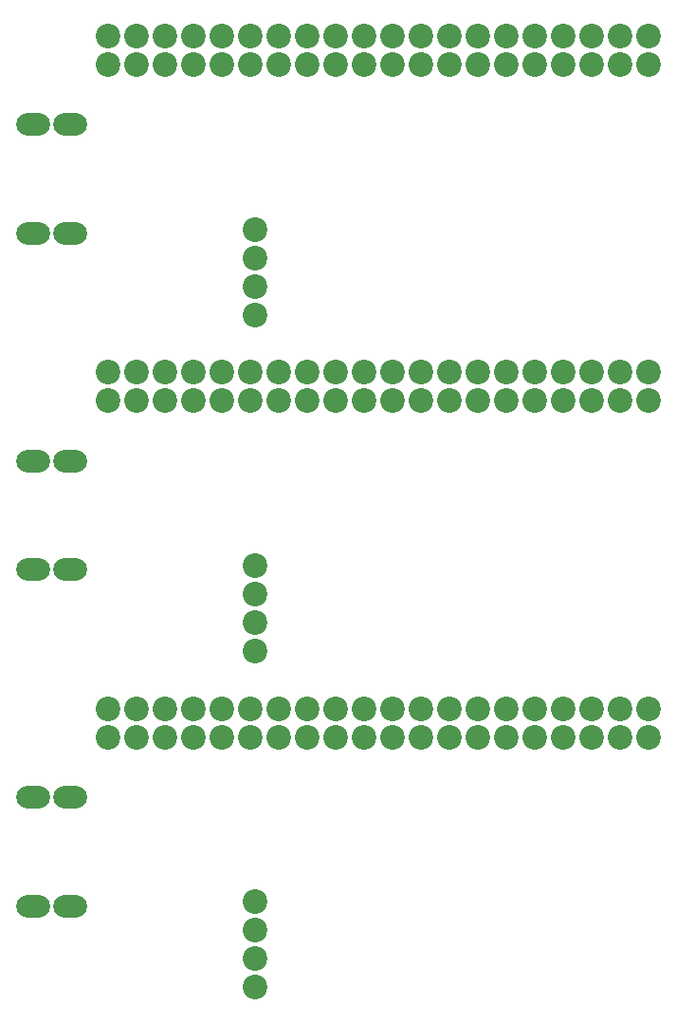
<source format=gbr>
%FSLAX34Y34*%
%MOMM*%
%LNSOLDERMASK_BOTTOM*%
G71*
G01*
%ADD10C, 2.20*%
%ADD11C, 2.00*%
%LPD*%
X582612Y954484D02*
G54D10*
D03*
X582611Y929081D02*
G54D10*
D03*
X557212Y954484D02*
G54D10*
D03*
X557212Y929084D02*
G54D10*
D03*
X531812Y954484D02*
G54D10*
D03*
X531812Y929084D02*
G54D10*
D03*
X506411Y954481D02*
G54D10*
D03*
X506412Y929084D02*
G54D10*
D03*
X481012Y954484D02*
G54D10*
D03*
X481012Y929084D02*
G54D10*
D03*
X455611Y954481D02*
G54D10*
D03*
X455612Y929084D02*
G54D10*
D03*
X430212Y954484D02*
G54D10*
D03*
X430212Y929084D02*
G54D10*
D03*
X404812Y954484D02*
G54D10*
D03*
X404811Y929081D02*
G54D10*
D03*
X379412Y954484D02*
G54D10*
D03*
X379412Y929084D02*
G54D10*
D03*
X354012Y954484D02*
G54D10*
D03*
X354012Y929084D02*
G54D10*
D03*
X328611Y954481D02*
G54D10*
D03*
X328612Y929084D02*
G54D10*
D03*
X303212Y954484D02*
G54D10*
D03*
X303212Y929084D02*
G54D10*
D03*
X277812Y954484D02*
G54D10*
D03*
X277812Y929084D02*
G54D10*
D03*
X252411Y954481D02*
G54D10*
D03*
X252412Y929084D02*
G54D10*
D03*
X227012Y954484D02*
G54D10*
D03*
X227012Y929084D02*
G54D10*
D03*
X201612Y954484D02*
G54D10*
D03*
X201611Y929081D02*
G54D10*
D03*
X176212Y954484D02*
G54D10*
D03*
X176212Y929084D02*
G54D10*
D03*
X150811Y954481D02*
G54D10*
D03*
X125412Y954484D02*
G54D10*
D03*
X100012Y954484D02*
G54D10*
D03*
X150812Y929084D02*
G54D10*
D03*
X125412Y929084D02*
G54D10*
D03*
X100012Y929084D02*
G54D10*
D03*
X38307Y875462D02*
G54D11*
D03*
X37910Y875462D02*
G54D11*
D03*
X37513Y875462D02*
G54D11*
D03*
X37116Y875462D02*
G54D11*
D03*
X36719Y875462D02*
G54D11*
D03*
X36322Y875462D02*
G54D11*
D03*
X35926Y875462D02*
G54D11*
D03*
X35529Y875462D02*
G54D11*
D03*
X35132Y875462D02*
G54D11*
D03*
X34735Y875462D02*
G54D11*
D03*
X34338Y875462D02*
G54D11*
D03*
X33941Y875462D02*
G54D11*
D03*
X33544Y875462D02*
G54D11*
D03*
X33147Y875462D02*
G54D11*
D03*
X32750Y875462D02*
G54D11*
D03*
X32354Y875462D02*
G54D11*
D03*
X32354Y875462D02*
G54D11*
D03*
X31957Y875462D02*
G54D11*
D03*
X31560Y875462D02*
G54D11*
D03*
X31163Y875462D02*
G54D11*
D03*
X30766Y875462D02*
G54D11*
D03*
X30369Y875462D02*
G54D11*
D03*
X29972Y875462D02*
G54D11*
D03*
X29576Y875462D02*
G54D11*
D03*
X29179Y875462D02*
G54D11*
D03*
X28782Y875462D02*
G54D11*
D03*
X28385Y875462D02*
G54D11*
D03*
X27988Y875462D02*
G54D11*
D03*
X27591Y875462D02*
G54D11*
D03*
X71247Y778625D02*
G54D11*
D03*
X70850Y778625D02*
G54D11*
D03*
X70454Y778625D02*
G54D11*
D03*
X70057Y778625D02*
G54D11*
D03*
X69660Y778625D02*
G54D11*
D03*
X69263Y778625D02*
G54D11*
D03*
X68866Y778625D02*
G54D11*
D03*
X68469Y778625D02*
G54D11*
D03*
X68072Y778625D02*
G54D11*
D03*
X67676Y778625D02*
G54D11*
D03*
X67279Y778625D02*
G54D11*
D03*
X66882Y778625D02*
G54D11*
D03*
X66485Y778625D02*
G54D11*
D03*
X66088Y778625D02*
G54D11*
D03*
X65691Y778625D02*
G54D11*
D03*
X65294Y778625D02*
G54D11*
D03*
X65294Y778625D02*
G54D11*
D03*
X64897Y778625D02*
G54D11*
D03*
X64500Y778625D02*
G54D11*
D03*
X64104Y778625D02*
G54D11*
D03*
X63707Y778625D02*
G54D11*
D03*
X63310Y778625D02*
G54D11*
D03*
X62913Y778625D02*
G54D11*
D03*
X62516Y778625D02*
G54D11*
D03*
X62119Y778625D02*
G54D11*
D03*
X61722Y778625D02*
G54D11*
D03*
X61326Y778625D02*
G54D11*
D03*
X60929Y778625D02*
G54D11*
D03*
X60532Y778625D02*
G54D11*
D03*
X71247Y875462D02*
G54D11*
D03*
X70850Y875462D02*
G54D11*
D03*
X70454Y875462D02*
G54D11*
D03*
X70057Y875462D02*
G54D11*
D03*
X69660Y875462D02*
G54D11*
D03*
X69263Y875462D02*
G54D11*
D03*
X68866Y875462D02*
G54D11*
D03*
X68469Y875462D02*
G54D11*
D03*
X68072Y875462D02*
G54D11*
D03*
X67676Y875462D02*
G54D11*
D03*
X67279Y875462D02*
G54D11*
D03*
X66882Y875462D02*
G54D11*
D03*
X66485Y875462D02*
G54D11*
D03*
X66088Y875462D02*
G54D11*
D03*
X65691Y875462D02*
G54D11*
D03*
X65294Y875462D02*
G54D11*
D03*
X65294Y875462D02*
G54D11*
D03*
X64897Y875462D02*
G54D11*
D03*
X64500Y875462D02*
G54D11*
D03*
X64104Y875462D02*
G54D11*
D03*
X63707Y875462D02*
G54D11*
D03*
X63310Y875462D02*
G54D11*
D03*
X62913Y875462D02*
G54D11*
D03*
X62516Y875462D02*
G54D11*
D03*
X62119Y875462D02*
G54D11*
D03*
X61722Y875462D02*
G54D11*
D03*
X61326Y875462D02*
G54D11*
D03*
X60929Y875462D02*
G54D11*
D03*
X60532Y875462D02*
G54D11*
D03*
X38307Y778625D02*
G54D11*
D03*
X37910Y778625D02*
G54D11*
D03*
X37513Y778625D02*
G54D11*
D03*
X37116Y778625D02*
G54D11*
D03*
X36719Y778625D02*
G54D11*
D03*
X36322Y778625D02*
G54D11*
D03*
X35926Y778625D02*
G54D11*
D03*
X35529Y778625D02*
G54D11*
D03*
X35132Y778625D02*
G54D11*
D03*
X34735Y778625D02*
G54D11*
D03*
X34338Y778625D02*
G54D11*
D03*
X33941Y778625D02*
G54D11*
D03*
X33544Y778625D02*
G54D11*
D03*
X33147Y778625D02*
G54D11*
D03*
X32750Y778625D02*
G54D11*
D03*
X32354Y778625D02*
G54D11*
D03*
X32354Y778625D02*
G54D11*
D03*
X31957Y778625D02*
G54D11*
D03*
X31560Y778625D02*
G54D11*
D03*
X31163Y778625D02*
G54D11*
D03*
X30766Y778625D02*
G54D11*
D03*
X30369Y778625D02*
G54D11*
D03*
X29972Y778625D02*
G54D11*
D03*
X29576Y778625D02*
G54D11*
D03*
X29179Y778625D02*
G54D11*
D03*
X28782Y778625D02*
G54D11*
D03*
X28385Y778625D02*
G54D11*
D03*
X27988Y778625D02*
G54D11*
D03*
X27591Y778625D02*
G54D11*
D03*
X230981Y782241D02*
G54D10*
D03*
X230981Y756841D02*
G54D10*
D03*
X230981Y731441D02*
G54D10*
D03*
X230981Y706041D02*
G54D10*
D03*
X582612Y654447D02*
G54D10*
D03*
X582611Y629043D02*
G54D10*
D03*
X557212Y654447D02*
G54D10*
D03*
X557212Y629047D02*
G54D10*
D03*
X531812Y654447D02*
G54D10*
D03*
X531812Y629047D02*
G54D10*
D03*
X506411Y654443D02*
G54D10*
D03*
X506412Y629047D02*
G54D10*
D03*
X481012Y654447D02*
G54D10*
D03*
X481012Y629047D02*
G54D10*
D03*
X455611Y654443D02*
G54D10*
D03*
X455612Y629047D02*
G54D10*
D03*
X430212Y654447D02*
G54D10*
D03*
X430212Y629047D02*
G54D10*
D03*
X404812Y654447D02*
G54D10*
D03*
X404811Y629043D02*
G54D10*
D03*
X379412Y654447D02*
G54D10*
D03*
X379412Y629047D02*
G54D10*
D03*
X354012Y654447D02*
G54D10*
D03*
X354012Y629047D02*
G54D10*
D03*
X328611Y654443D02*
G54D10*
D03*
X328612Y629047D02*
G54D10*
D03*
X303212Y654447D02*
G54D10*
D03*
X303212Y629047D02*
G54D10*
D03*
X277812Y654447D02*
G54D10*
D03*
X277812Y629047D02*
G54D10*
D03*
X252411Y654443D02*
G54D10*
D03*
X252412Y629047D02*
G54D10*
D03*
X227012Y654447D02*
G54D10*
D03*
X227012Y629047D02*
G54D10*
D03*
X201612Y654447D02*
G54D10*
D03*
X201611Y629043D02*
G54D10*
D03*
X176212Y654447D02*
G54D10*
D03*
X176212Y629047D02*
G54D10*
D03*
X150811Y654443D02*
G54D10*
D03*
X125412Y654447D02*
G54D10*
D03*
X100012Y654447D02*
G54D10*
D03*
X150812Y629047D02*
G54D10*
D03*
X125412Y629047D02*
G54D10*
D03*
X100012Y629047D02*
G54D10*
D03*
X38307Y575425D02*
G54D11*
D03*
X37910Y575425D02*
G54D11*
D03*
X37513Y575425D02*
G54D11*
D03*
X37116Y575425D02*
G54D11*
D03*
X36719Y575425D02*
G54D11*
D03*
X36322Y575425D02*
G54D11*
D03*
X35926Y575425D02*
G54D11*
D03*
X35529Y575425D02*
G54D11*
D03*
X35132Y575425D02*
G54D11*
D03*
X34735Y575425D02*
G54D11*
D03*
X34338Y575425D02*
G54D11*
D03*
X33941Y575425D02*
G54D11*
D03*
X33544Y575425D02*
G54D11*
D03*
X33147Y575425D02*
G54D11*
D03*
X32750Y575425D02*
G54D11*
D03*
X32354Y575425D02*
G54D11*
D03*
X32354Y575425D02*
G54D11*
D03*
X31957Y575425D02*
G54D11*
D03*
X31560Y575425D02*
G54D11*
D03*
X31163Y575425D02*
G54D11*
D03*
X30766Y575425D02*
G54D11*
D03*
X30369Y575425D02*
G54D11*
D03*
X29972Y575425D02*
G54D11*
D03*
X29576Y575425D02*
G54D11*
D03*
X29179Y575425D02*
G54D11*
D03*
X28782Y575425D02*
G54D11*
D03*
X28385Y575425D02*
G54D11*
D03*
X27988Y575425D02*
G54D11*
D03*
X27591Y575425D02*
G54D11*
D03*
X71247Y478588D02*
G54D11*
D03*
X70850Y478588D02*
G54D11*
D03*
X70454Y478588D02*
G54D11*
D03*
X70057Y478588D02*
G54D11*
D03*
X69660Y478588D02*
G54D11*
D03*
X69263Y478588D02*
G54D11*
D03*
X68866Y478588D02*
G54D11*
D03*
X68469Y478588D02*
G54D11*
D03*
X68072Y478588D02*
G54D11*
D03*
X67676Y478588D02*
G54D11*
D03*
X67279Y478588D02*
G54D11*
D03*
X66882Y478588D02*
G54D11*
D03*
X66485Y478588D02*
G54D11*
D03*
X66088Y478588D02*
G54D11*
D03*
X65691Y478588D02*
G54D11*
D03*
X65294Y478588D02*
G54D11*
D03*
X65294Y478588D02*
G54D11*
D03*
X64897Y478588D02*
G54D11*
D03*
X64500Y478588D02*
G54D11*
D03*
X64104Y478588D02*
G54D11*
D03*
X63707Y478588D02*
G54D11*
D03*
X63310Y478588D02*
G54D11*
D03*
X62913Y478588D02*
G54D11*
D03*
X62516Y478588D02*
G54D11*
D03*
X62119Y478588D02*
G54D11*
D03*
X61722Y478588D02*
G54D11*
D03*
X61326Y478588D02*
G54D11*
D03*
X60929Y478588D02*
G54D11*
D03*
X60532Y478588D02*
G54D11*
D03*
X71247Y575425D02*
G54D11*
D03*
X70850Y575425D02*
G54D11*
D03*
X70454Y575425D02*
G54D11*
D03*
X70057Y575425D02*
G54D11*
D03*
X69660Y575425D02*
G54D11*
D03*
X69263Y575425D02*
G54D11*
D03*
X68866Y575425D02*
G54D11*
D03*
X68469Y575425D02*
G54D11*
D03*
X68072Y575425D02*
G54D11*
D03*
X67676Y575425D02*
G54D11*
D03*
X67279Y575425D02*
G54D11*
D03*
X66882Y575425D02*
G54D11*
D03*
X66485Y575425D02*
G54D11*
D03*
X66088Y575425D02*
G54D11*
D03*
X65691Y575425D02*
G54D11*
D03*
X65294Y575425D02*
G54D11*
D03*
X65294Y575425D02*
G54D11*
D03*
X64897Y575425D02*
G54D11*
D03*
X64500Y575425D02*
G54D11*
D03*
X64104Y575425D02*
G54D11*
D03*
X63707Y575425D02*
G54D11*
D03*
X63310Y575425D02*
G54D11*
D03*
X62913Y575425D02*
G54D11*
D03*
X62516Y575425D02*
G54D11*
D03*
X62119Y575425D02*
G54D11*
D03*
X61722Y575425D02*
G54D11*
D03*
X61326Y575425D02*
G54D11*
D03*
X60929Y575425D02*
G54D11*
D03*
X60532Y575425D02*
G54D11*
D03*
X38307Y478588D02*
G54D11*
D03*
X37910Y478588D02*
G54D11*
D03*
X37513Y478588D02*
G54D11*
D03*
X37116Y478588D02*
G54D11*
D03*
X36719Y478588D02*
G54D11*
D03*
X36322Y478588D02*
G54D11*
D03*
X35926Y478588D02*
G54D11*
D03*
X35529Y478588D02*
G54D11*
D03*
X35132Y478588D02*
G54D11*
D03*
X34735Y478588D02*
G54D11*
D03*
X34338Y478588D02*
G54D11*
D03*
X33941Y478588D02*
G54D11*
D03*
X33544Y478588D02*
G54D11*
D03*
X33147Y478588D02*
G54D11*
D03*
X32750Y478588D02*
G54D11*
D03*
X32354Y478588D02*
G54D11*
D03*
X32354Y478588D02*
G54D11*
D03*
X31957Y478588D02*
G54D11*
D03*
X31560Y478588D02*
G54D11*
D03*
X31163Y478588D02*
G54D11*
D03*
X30766Y478588D02*
G54D11*
D03*
X30369Y478588D02*
G54D11*
D03*
X29972Y478588D02*
G54D11*
D03*
X29576Y478588D02*
G54D11*
D03*
X29179Y478588D02*
G54D11*
D03*
X28782Y478588D02*
G54D11*
D03*
X28385Y478588D02*
G54D11*
D03*
X27988Y478588D02*
G54D11*
D03*
X27591Y478588D02*
G54D11*
D03*
X230981Y482203D02*
G54D10*
D03*
X230981Y456803D02*
G54D10*
D03*
X230981Y431403D02*
G54D10*
D03*
X230981Y406003D02*
G54D10*
D03*
X582612Y354409D02*
G54D10*
D03*
X582611Y329006D02*
G54D10*
D03*
X557212Y354409D02*
G54D10*
D03*
X557212Y329009D02*
G54D10*
D03*
X531812Y354409D02*
G54D10*
D03*
X531812Y329009D02*
G54D10*
D03*
X506411Y354406D02*
G54D10*
D03*
X506412Y329009D02*
G54D10*
D03*
X481012Y354409D02*
G54D10*
D03*
X481012Y329009D02*
G54D10*
D03*
X455611Y354406D02*
G54D10*
D03*
X455612Y329009D02*
G54D10*
D03*
X430212Y354409D02*
G54D10*
D03*
X430212Y329009D02*
G54D10*
D03*
X404812Y354409D02*
G54D10*
D03*
X404811Y329006D02*
G54D10*
D03*
X379412Y354409D02*
G54D10*
D03*
X379412Y329009D02*
G54D10*
D03*
X354012Y354409D02*
G54D10*
D03*
X354012Y329009D02*
G54D10*
D03*
X328611Y354406D02*
G54D10*
D03*
X328612Y329009D02*
G54D10*
D03*
X303212Y354409D02*
G54D10*
D03*
X303212Y329009D02*
G54D10*
D03*
X277812Y354409D02*
G54D10*
D03*
X277812Y329009D02*
G54D10*
D03*
X252411Y354406D02*
G54D10*
D03*
X252412Y329009D02*
G54D10*
D03*
X227012Y354409D02*
G54D10*
D03*
X227012Y329009D02*
G54D10*
D03*
X201612Y354409D02*
G54D10*
D03*
X201611Y329006D02*
G54D10*
D03*
X176212Y354409D02*
G54D10*
D03*
X176212Y329009D02*
G54D10*
D03*
X150811Y354406D02*
G54D10*
D03*
X125412Y354409D02*
G54D10*
D03*
X100012Y354409D02*
G54D10*
D03*
X150812Y329009D02*
G54D10*
D03*
X125412Y329009D02*
G54D10*
D03*
X100012Y329009D02*
G54D10*
D03*
X38307Y275388D02*
G54D11*
D03*
X37910Y275388D02*
G54D11*
D03*
X37513Y275388D02*
G54D11*
D03*
X37116Y275388D02*
G54D11*
D03*
X36719Y275388D02*
G54D11*
D03*
X36322Y275388D02*
G54D11*
D03*
X35926Y275388D02*
G54D11*
D03*
X35529Y275388D02*
G54D11*
D03*
X35132Y275388D02*
G54D11*
D03*
X34735Y275388D02*
G54D11*
D03*
X34338Y275388D02*
G54D11*
D03*
X33941Y275388D02*
G54D11*
D03*
X33544Y275388D02*
G54D11*
D03*
X33147Y275388D02*
G54D11*
D03*
X32750Y275388D02*
G54D11*
D03*
X32354Y275388D02*
G54D11*
D03*
X32354Y275388D02*
G54D11*
D03*
X31957Y275388D02*
G54D11*
D03*
X31560Y275388D02*
G54D11*
D03*
X31163Y275388D02*
G54D11*
D03*
X30766Y275388D02*
G54D11*
D03*
X30369Y275388D02*
G54D11*
D03*
X29972Y275388D02*
G54D11*
D03*
X29576Y275388D02*
G54D11*
D03*
X29179Y275388D02*
G54D11*
D03*
X28782Y275388D02*
G54D11*
D03*
X28385Y275388D02*
G54D11*
D03*
X27988Y275388D02*
G54D11*
D03*
X27591Y275388D02*
G54D11*
D03*
X71247Y178550D02*
G54D11*
D03*
X70850Y178550D02*
G54D11*
D03*
X70454Y178550D02*
G54D11*
D03*
X70057Y178550D02*
G54D11*
D03*
X69660Y178550D02*
G54D11*
D03*
X69263Y178550D02*
G54D11*
D03*
X68866Y178550D02*
G54D11*
D03*
X68469Y178550D02*
G54D11*
D03*
X68072Y178550D02*
G54D11*
D03*
X67676Y178550D02*
G54D11*
D03*
X67279Y178550D02*
G54D11*
D03*
X66882Y178550D02*
G54D11*
D03*
X66485Y178550D02*
G54D11*
D03*
X66088Y178550D02*
G54D11*
D03*
X65691Y178550D02*
G54D11*
D03*
X65294Y178550D02*
G54D11*
D03*
X65294Y178550D02*
G54D11*
D03*
X64897Y178550D02*
G54D11*
D03*
X64500Y178550D02*
G54D11*
D03*
X64104Y178550D02*
G54D11*
D03*
X63707Y178550D02*
G54D11*
D03*
X63310Y178550D02*
G54D11*
D03*
X62913Y178550D02*
G54D11*
D03*
X62516Y178550D02*
G54D11*
D03*
X62119Y178550D02*
G54D11*
D03*
X61722Y178550D02*
G54D11*
D03*
X61326Y178550D02*
G54D11*
D03*
X60929Y178550D02*
G54D11*
D03*
X60532Y178550D02*
G54D11*
D03*
X71247Y275388D02*
G54D11*
D03*
X70850Y275388D02*
G54D11*
D03*
X70454Y275388D02*
G54D11*
D03*
X70057Y275388D02*
G54D11*
D03*
X69660Y275388D02*
G54D11*
D03*
X69263Y275388D02*
G54D11*
D03*
X68866Y275388D02*
G54D11*
D03*
X68469Y275388D02*
G54D11*
D03*
X68072Y275388D02*
G54D11*
D03*
X67676Y275388D02*
G54D11*
D03*
X67279Y275388D02*
G54D11*
D03*
X66882Y275388D02*
G54D11*
D03*
X66485Y275388D02*
G54D11*
D03*
X66088Y275388D02*
G54D11*
D03*
X65691Y275388D02*
G54D11*
D03*
X65294Y275388D02*
G54D11*
D03*
X65294Y275388D02*
G54D11*
D03*
X64897Y275388D02*
G54D11*
D03*
X64500Y275388D02*
G54D11*
D03*
X64104Y275388D02*
G54D11*
D03*
X63707Y275388D02*
G54D11*
D03*
X63310Y275388D02*
G54D11*
D03*
X62913Y275388D02*
G54D11*
D03*
X62516Y275388D02*
G54D11*
D03*
X62119Y275388D02*
G54D11*
D03*
X61722Y275388D02*
G54D11*
D03*
X61326Y275388D02*
G54D11*
D03*
X60929Y275388D02*
G54D11*
D03*
X60532Y275388D02*
G54D11*
D03*
X38307Y178550D02*
G54D11*
D03*
X37910Y178550D02*
G54D11*
D03*
X37513Y178550D02*
G54D11*
D03*
X37116Y178550D02*
G54D11*
D03*
X36719Y178550D02*
G54D11*
D03*
X36322Y178550D02*
G54D11*
D03*
X35926Y178550D02*
G54D11*
D03*
X35529Y178550D02*
G54D11*
D03*
X35132Y178550D02*
G54D11*
D03*
X34735Y178550D02*
G54D11*
D03*
X34338Y178550D02*
G54D11*
D03*
X33941Y178550D02*
G54D11*
D03*
X33544Y178550D02*
G54D11*
D03*
X33147Y178550D02*
G54D11*
D03*
X32750Y178550D02*
G54D11*
D03*
X32354Y178550D02*
G54D11*
D03*
X32354Y178550D02*
G54D11*
D03*
X31957Y178550D02*
G54D11*
D03*
X31560Y178550D02*
G54D11*
D03*
X31163Y178550D02*
G54D11*
D03*
X30766Y178550D02*
G54D11*
D03*
X30369Y178550D02*
G54D11*
D03*
X29972Y178550D02*
G54D11*
D03*
X29576Y178550D02*
G54D11*
D03*
X29179Y178550D02*
G54D11*
D03*
X28782Y178550D02*
G54D11*
D03*
X28385Y178550D02*
G54D11*
D03*
X27988Y178550D02*
G54D11*
D03*
X27591Y178550D02*
G54D11*
D03*
X230981Y182166D02*
G54D10*
D03*
X230981Y156766D02*
G54D10*
D03*
X230981Y131366D02*
G54D10*
D03*
X230981Y105966D02*
G54D10*
D03*
M02*

</source>
